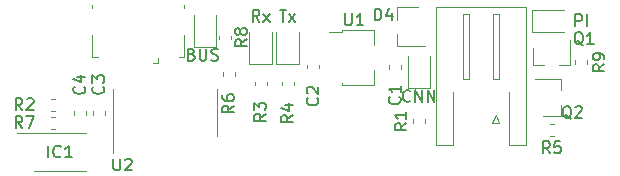
<source format=gto>
%TF.GenerationSoftware,KiCad,Pcbnew,5.1.9-73d0e3b20d~88~ubuntu20.04.1*%
%TF.CreationDate,2021-04-22T17:18:43+01:00*%
%TF.ProjectId,hat,6861742e-6b69-4636-9164-5f7063625858,rev?*%
%TF.SameCoordinates,Original*%
%TF.FileFunction,Legend,Top*%
%TF.FilePolarity,Positive*%
%FSLAX46Y46*%
G04 Gerber Fmt 4.6, Leading zero omitted, Abs format (unit mm)*
G04 Created by KiCad (PCBNEW 5.1.9-73d0e3b20d~88~ubuntu20.04.1) date 2021-04-22 17:18:43*
%MOMM*%
%LPD*%
G01*
G04 APERTURE LIST*
%ADD10C,0.120000*%
%ADD11C,0.150000*%
G04 APERTURE END LIST*
D10*
%TO.C,R9*%
X149260000Y-105162779D02*
X149260000Y-104837221D01*
X148240000Y-105162779D02*
X148240000Y-104837221D01*
%TO.C,R8*%
X119110000Y-103062779D02*
X119110000Y-102737221D01*
X118090000Y-103062779D02*
X118090000Y-102737221D01*
%TO.C,R1*%
X134490000Y-109837221D02*
X134490000Y-110162779D01*
X135510000Y-109837221D02*
X135510000Y-110162779D01*
%TO.C,D6*%
X144565000Y-102460000D02*
X147250000Y-102460000D01*
X144565000Y-100540000D02*
X144565000Y-102460000D01*
X147250000Y-100540000D02*
X144565000Y-100540000D01*
%TO.C,D5*%
X117860000Y-103685000D02*
X117860000Y-101000000D01*
X115940000Y-103685000D02*
X117860000Y-103685000D01*
X115940000Y-101000000D02*
X115940000Y-103685000D01*
%TO.C,D1*%
X135960000Y-107185000D02*
X135960000Y-104500000D01*
X134040000Y-107185000D02*
X135960000Y-107185000D01*
X134040000Y-104500000D02*
X134040000Y-107185000D01*
%TO.C,R7*%
X104162779Y-109590000D02*
X103837221Y-109590000D01*
X104162779Y-110610000D02*
X103837221Y-110610000D01*
%TO.C,R2*%
X104162779Y-108090000D02*
X103837221Y-108090000D01*
X104162779Y-109110000D02*
X103837221Y-109110000D01*
%TO.C,D4*%
X133150000Y-100350000D02*
X133150000Y-101400000D01*
X134950000Y-100350000D02*
X133150000Y-100350000D01*
X133150000Y-103650000D02*
X133150000Y-102600000D01*
X135550000Y-103650000D02*
X133150000Y-103650000D01*
%TO.C,C3*%
X107390000Y-109462779D02*
X107390000Y-109137221D01*
X108410000Y-109462779D02*
X108410000Y-109137221D01*
%TO.C,IC1*%
X104600000Y-110990000D02*
X101000000Y-110990000D01*
X104600000Y-110990000D02*
X106800000Y-110990000D01*
X104600000Y-114210000D02*
X102400000Y-114210000D01*
X104600000Y-114210000D02*
X106800000Y-114210000D01*
%TO.C,C4*%
X106810000Y-109462779D02*
X106810000Y-109137221D01*
X105790000Y-109462779D02*
X105790000Y-109137221D01*
%TO.C,R6*%
X119410000Y-105837221D02*
X119410000Y-106162779D01*
X118390000Y-105837221D02*
X118390000Y-106162779D01*
%TO.C,Q2*%
X147010000Y-109580000D02*
X147010000Y-108650000D01*
X147010000Y-106420000D02*
X147010000Y-107350000D01*
X147010000Y-106420000D02*
X144850000Y-106420000D01*
X147010000Y-109580000D02*
X145550000Y-109580000D01*
%TO.C,Q1*%
X144670000Y-105260000D02*
X145600000Y-105260000D01*
X147830000Y-105260000D02*
X146900000Y-105260000D01*
X147830000Y-105260000D02*
X147830000Y-103100000D01*
X144670000Y-105260000D02*
X144670000Y-103800000D01*
%TO.C,U2*%
X117935000Y-109250000D02*
X117935000Y-107300000D01*
X117935000Y-109250000D02*
X117935000Y-111200000D01*
X109065000Y-109250000D02*
X109065000Y-107300000D01*
X109065000Y-109250000D02*
X109065000Y-112700000D01*
%TO.C,U1*%
X131210000Y-105650000D02*
X131210000Y-106960000D01*
X131210000Y-106960000D02*
X128490000Y-106960000D01*
X127350000Y-102470000D02*
X128490000Y-102470000D01*
X131210000Y-102240000D02*
X131210000Y-103550000D01*
X128490000Y-102240000D02*
X131210000Y-102240000D01*
X128490000Y-102240000D02*
X128490000Y-102470000D01*
X128490000Y-106960000D02*
X128490000Y-106730000D01*
%TO.C,R5*%
X146087221Y-110240000D02*
X146412779Y-110240000D01*
X146087221Y-111260000D02*
X146412779Y-111260000D01*
%TO.C,R4*%
X124410000Y-106637221D02*
X124410000Y-106962779D01*
X123390000Y-106637221D02*
X123390000Y-106962779D01*
%TO.C,R3*%
X122110000Y-106637221D02*
X122110000Y-106962779D01*
X121090000Y-106637221D02*
X121090000Y-106962779D01*
%TO.C,J2*%
X115150000Y-104512500D02*
X114700000Y-104512500D01*
X115150000Y-102662500D02*
X115150000Y-104512500D01*
X107350000Y-100112500D02*
X107350000Y-100362500D01*
X115150000Y-100112500D02*
X115150000Y-100362500D01*
X107350000Y-102662500D02*
X107350000Y-104512500D01*
X107350000Y-104512500D02*
X107800000Y-104512500D01*
X112950000Y-105062500D02*
X112500000Y-105062500D01*
X112950000Y-105062500D02*
X112950000Y-104612500D01*
%TO.C,J1*%
X140250000Y-100290000D02*
X144060000Y-100290000D01*
X144060000Y-100290000D02*
X144060000Y-112010000D01*
X144060000Y-112010000D02*
X142640000Y-112010000D01*
X142640000Y-112010000D02*
X142640000Y-107510000D01*
X140250000Y-100290000D02*
X136440000Y-100290000D01*
X136440000Y-100290000D02*
X136440000Y-112010000D01*
X136440000Y-112010000D02*
X137860000Y-112010000D01*
X137860000Y-112010000D02*
X137860000Y-107510000D01*
X141750000Y-106400000D02*
X141750000Y-100900000D01*
X141750000Y-100900000D02*
X141250000Y-100900000D01*
X141250000Y-100900000D02*
X141250000Y-106400000D01*
X141250000Y-106400000D02*
X141750000Y-106400000D01*
X139250000Y-106400000D02*
X139250000Y-100900000D01*
X139250000Y-100900000D02*
X138750000Y-100900000D01*
X138750000Y-100900000D02*
X138750000Y-106400000D01*
X138750000Y-106400000D02*
X139250000Y-106400000D01*
X141500000Y-109500000D02*
X141800000Y-110100000D01*
X141800000Y-110100000D02*
X141200000Y-110100000D01*
X141200000Y-110100000D02*
X141500000Y-109500000D01*
%TO.C,D3*%
X122940000Y-102450000D02*
X122940000Y-105135000D01*
X122940000Y-105135000D02*
X124860000Y-105135000D01*
X124860000Y-105135000D02*
X124860000Y-102450000D01*
%TO.C,D2*%
X120640000Y-102450000D02*
X120640000Y-105135000D01*
X120640000Y-105135000D02*
X122560000Y-105135000D01*
X122560000Y-105135000D02*
X122560000Y-102450000D01*
%TO.C,C2*%
X125540000Y-105512779D02*
X125540000Y-105187221D01*
X126560000Y-105512779D02*
X126560000Y-105187221D01*
%TO.C,C1*%
X133510000Y-105237221D02*
X133510000Y-105562779D01*
X132490000Y-105237221D02*
X132490000Y-105562779D01*
%TO.C,R9*%
D11*
X150702380Y-105166666D02*
X150226190Y-105500000D01*
X150702380Y-105738095D02*
X149702380Y-105738095D01*
X149702380Y-105357142D01*
X149750000Y-105261904D01*
X149797619Y-105214285D01*
X149892857Y-105166666D01*
X150035714Y-105166666D01*
X150130952Y-105214285D01*
X150178571Y-105261904D01*
X150226190Y-105357142D01*
X150226190Y-105738095D01*
X150702380Y-104690476D02*
X150702380Y-104500000D01*
X150654761Y-104404761D01*
X150607142Y-104357142D01*
X150464285Y-104261904D01*
X150273809Y-104214285D01*
X149892857Y-104214285D01*
X149797619Y-104261904D01*
X149750000Y-104309523D01*
X149702380Y-104404761D01*
X149702380Y-104595238D01*
X149750000Y-104690476D01*
X149797619Y-104738095D01*
X149892857Y-104785714D01*
X150130952Y-104785714D01*
X150226190Y-104738095D01*
X150273809Y-104690476D01*
X150321428Y-104595238D01*
X150321428Y-104404761D01*
X150273809Y-104309523D01*
X150226190Y-104261904D01*
X150130952Y-104214285D01*
%TO.C,R8*%
X120452380Y-103066666D02*
X119976190Y-103400000D01*
X120452380Y-103638095D02*
X119452380Y-103638095D01*
X119452380Y-103257142D01*
X119500000Y-103161904D01*
X119547619Y-103114285D01*
X119642857Y-103066666D01*
X119785714Y-103066666D01*
X119880952Y-103114285D01*
X119928571Y-103161904D01*
X119976190Y-103257142D01*
X119976190Y-103638095D01*
X119880952Y-102495238D02*
X119833333Y-102590476D01*
X119785714Y-102638095D01*
X119690476Y-102685714D01*
X119642857Y-102685714D01*
X119547619Y-102638095D01*
X119500000Y-102590476D01*
X119452380Y-102495238D01*
X119452380Y-102304761D01*
X119500000Y-102209523D01*
X119547619Y-102161904D01*
X119642857Y-102114285D01*
X119690476Y-102114285D01*
X119785714Y-102161904D01*
X119833333Y-102209523D01*
X119880952Y-102304761D01*
X119880952Y-102495238D01*
X119928571Y-102590476D01*
X119976190Y-102638095D01*
X120071428Y-102685714D01*
X120261904Y-102685714D01*
X120357142Y-102638095D01*
X120404761Y-102590476D01*
X120452380Y-102495238D01*
X120452380Y-102304761D01*
X120404761Y-102209523D01*
X120357142Y-102161904D01*
X120261904Y-102114285D01*
X120071428Y-102114285D01*
X119976190Y-102161904D01*
X119928571Y-102209523D01*
X119880952Y-102304761D01*
%TO.C,R1*%
X133952380Y-110166666D02*
X133476190Y-110500000D01*
X133952380Y-110738095D02*
X132952380Y-110738095D01*
X132952380Y-110357142D01*
X133000000Y-110261904D01*
X133047619Y-110214285D01*
X133142857Y-110166666D01*
X133285714Y-110166666D01*
X133380952Y-110214285D01*
X133428571Y-110261904D01*
X133476190Y-110357142D01*
X133476190Y-110738095D01*
X133952380Y-109214285D02*
X133952380Y-109785714D01*
X133952380Y-109500000D02*
X132952380Y-109500000D01*
X133095238Y-109595238D01*
X133190476Y-109690476D01*
X133238095Y-109785714D01*
%TO.C,D6*%
X148250000Y-101952380D02*
X148250000Y-100952380D01*
X148630952Y-100952380D01*
X148726190Y-101000000D01*
X148773809Y-101047619D01*
X148821428Y-101142857D01*
X148821428Y-101285714D01*
X148773809Y-101380952D01*
X148726190Y-101428571D01*
X148630952Y-101476190D01*
X148250000Y-101476190D01*
X149250000Y-101952380D02*
X149250000Y-100952380D01*
%TO.C,D5*%
X115771428Y-104328571D02*
X115914285Y-104376190D01*
X115961904Y-104423809D01*
X116009523Y-104519047D01*
X116009523Y-104661904D01*
X115961904Y-104757142D01*
X115914285Y-104804761D01*
X115819047Y-104852380D01*
X115438095Y-104852380D01*
X115438095Y-103852380D01*
X115771428Y-103852380D01*
X115866666Y-103900000D01*
X115914285Y-103947619D01*
X115961904Y-104042857D01*
X115961904Y-104138095D01*
X115914285Y-104233333D01*
X115866666Y-104280952D01*
X115771428Y-104328571D01*
X115438095Y-104328571D01*
X116438095Y-103852380D02*
X116438095Y-104661904D01*
X116485714Y-104757142D01*
X116533333Y-104804761D01*
X116628571Y-104852380D01*
X116819047Y-104852380D01*
X116914285Y-104804761D01*
X116961904Y-104757142D01*
X117009523Y-104661904D01*
X117009523Y-103852380D01*
X117438095Y-104804761D02*
X117580952Y-104852380D01*
X117819047Y-104852380D01*
X117914285Y-104804761D01*
X117961904Y-104757142D01*
X118009523Y-104661904D01*
X118009523Y-104566666D01*
X117961904Y-104471428D01*
X117914285Y-104423809D01*
X117819047Y-104376190D01*
X117628571Y-104328571D01*
X117533333Y-104280952D01*
X117485714Y-104233333D01*
X117438095Y-104138095D01*
X117438095Y-104042857D01*
X117485714Y-103947619D01*
X117533333Y-103900000D01*
X117628571Y-103852380D01*
X117866666Y-103852380D01*
X118009523Y-103900000D01*
%TO.C,D1*%
X134261904Y-108257142D02*
X134214285Y-108304761D01*
X134071428Y-108352380D01*
X133976190Y-108352380D01*
X133833333Y-108304761D01*
X133738095Y-108209523D01*
X133690476Y-108114285D01*
X133642857Y-107923809D01*
X133642857Y-107780952D01*
X133690476Y-107590476D01*
X133738095Y-107495238D01*
X133833333Y-107400000D01*
X133976190Y-107352380D01*
X134071428Y-107352380D01*
X134214285Y-107400000D01*
X134261904Y-107447619D01*
X134690476Y-108352380D02*
X134690476Y-107352380D01*
X135261904Y-108352380D01*
X135261904Y-107352380D01*
X135738095Y-108352380D02*
X135738095Y-107352380D01*
X136309523Y-108352380D01*
X136309523Y-107352380D01*
%TO.C,R7*%
X101433333Y-110552380D02*
X101100000Y-110076190D01*
X100861904Y-110552380D02*
X100861904Y-109552380D01*
X101242857Y-109552380D01*
X101338095Y-109600000D01*
X101385714Y-109647619D01*
X101433333Y-109742857D01*
X101433333Y-109885714D01*
X101385714Y-109980952D01*
X101338095Y-110028571D01*
X101242857Y-110076190D01*
X100861904Y-110076190D01*
X101766666Y-109552380D02*
X102433333Y-109552380D01*
X102004761Y-110552380D01*
%TO.C,R2*%
X101433333Y-109052380D02*
X101100000Y-108576190D01*
X100861904Y-109052380D02*
X100861904Y-108052380D01*
X101242857Y-108052380D01*
X101338095Y-108100000D01*
X101385714Y-108147619D01*
X101433333Y-108242857D01*
X101433333Y-108385714D01*
X101385714Y-108480952D01*
X101338095Y-108528571D01*
X101242857Y-108576190D01*
X100861904Y-108576190D01*
X101814285Y-108147619D02*
X101861904Y-108100000D01*
X101957142Y-108052380D01*
X102195238Y-108052380D01*
X102290476Y-108100000D01*
X102338095Y-108147619D01*
X102385714Y-108242857D01*
X102385714Y-108338095D01*
X102338095Y-108480952D01*
X101766666Y-109052380D01*
X102385714Y-109052380D01*
%TO.C,D4*%
X131261904Y-101452380D02*
X131261904Y-100452380D01*
X131500000Y-100452380D01*
X131642857Y-100500000D01*
X131738095Y-100595238D01*
X131785714Y-100690476D01*
X131833333Y-100880952D01*
X131833333Y-101023809D01*
X131785714Y-101214285D01*
X131738095Y-101309523D01*
X131642857Y-101404761D01*
X131500000Y-101452380D01*
X131261904Y-101452380D01*
X132690476Y-100785714D02*
X132690476Y-101452380D01*
X132452380Y-100404761D02*
X132214285Y-101119047D01*
X132833333Y-101119047D01*
%TO.C,C3*%
X108257142Y-107066666D02*
X108304761Y-107114285D01*
X108352380Y-107257142D01*
X108352380Y-107352380D01*
X108304761Y-107495238D01*
X108209523Y-107590476D01*
X108114285Y-107638095D01*
X107923809Y-107685714D01*
X107780952Y-107685714D01*
X107590476Y-107638095D01*
X107495238Y-107590476D01*
X107400000Y-107495238D01*
X107352380Y-107352380D01*
X107352380Y-107257142D01*
X107400000Y-107114285D01*
X107447619Y-107066666D01*
X107352380Y-106733333D02*
X107352380Y-106114285D01*
X107733333Y-106447619D01*
X107733333Y-106304761D01*
X107780952Y-106209523D01*
X107828571Y-106161904D01*
X107923809Y-106114285D01*
X108161904Y-106114285D01*
X108257142Y-106161904D01*
X108304761Y-106209523D01*
X108352380Y-106304761D01*
X108352380Y-106590476D01*
X108304761Y-106685714D01*
X108257142Y-106733333D01*
%TO.C,IC1*%
X103623809Y-113052380D02*
X103623809Y-112052380D01*
X104671428Y-112957142D02*
X104623809Y-113004761D01*
X104480952Y-113052380D01*
X104385714Y-113052380D01*
X104242857Y-113004761D01*
X104147619Y-112909523D01*
X104100000Y-112814285D01*
X104052380Y-112623809D01*
X104052380Y-112480952D01*
X104100000Y-112290476D01*
X104147619Y-112195238D01*
X104242857Y-112100000D01*
X104385714Y-112052380D01*
X104480952Y-112052380D01*
X104623809Y-112100000D01*
X104671428Y-112147619D01*
X105623809Y-113052380D02*
X105052380Y-113052380D01*
X105338095Y-113052380D02*
X105338095Y-112052380D01*
X105242857Y-112195238D01*
X105147619Y-112290476D01*
X105052380Y-112338095D01*
%TO.C,C4*%
X106657142Y-107066666D02*
X106704761Y-107114285D01*
X106752380Y-107257142D01*
X106752380Y-107352380D01*
X106704761Y-107495238D01*
X106609523Y-107590476D01*
X106514285Y-107638095D01*
X106323809Y-107685714D01*
X106180952Y-107685714D01*
X105990476Y-107638095D01*
X105895238Y-107590476D01*
X105800000Y-107495238D01*
X105752380Y-107352380D01*
X105752380Y-107257142D01*
X105800000Y-107114285D01*
X105847619Y-107066666D01*
X106085714Y-106209523D02*
X106752380Y-106209523D01*
X105704761Y-106447619D02*
X106419047Y-106685714D01*
X106419047Y-106066666D01*
%TO.C,R6*%
X119352380Y-108666666D02*
X118876190Y-109000000D01*
X119352380Y-109238095D02*
X118352380Y-109238095D01*
X118352380Y-108857142D01*
X118400000Y-108761904D01*
X118447619Y-108714285D01*
X118542857Y-108666666D01*
X118685714Y-108666666D01*
X118780952Y-108714285D01*
X118828571Y-108761904D01*
X118876190Y-108857142D01*
X118876190Y-109238095D01*
X118352380Y-107809523D02*
X118352380Y-108000000D01*
X118400000Y-108095238D01*
X118447619Y-108142857D01*
X118590476Y-108238095D01*
X118780952Y-108285714D01*
X119161904Y-108285714D01*
X119257142Y-108238095D01*
X119304761Y-108190476D01*
X119352380Y-108095238D01*
X119352380Y-107904761D01*
X119304761Y-107809523D01*
X119257142Y-107761904D01*
X119161904Y-107714285D01*
X118923809Y-107714285D01*
X118828571Y-107761904D01*
X118780952Y-107809523D01*
X118733333Y-107904761D01*
X118733333Y-108095238D01*
X118780952Y-108190476D01*
X118828571Y-108238095D01*
X118923809Y-108285714D01*
%TO.C,Q2*%
X147904761Y-109797619D02*
X147809523Y-109750000D01*
X147714285Y-109654761D01*
X147571428Y-109511904D01*
X147476190Y-109464285D01*
X147380952Y-109464285D01*
X147428571Y-109702380D02*
X147333333Y-109654761D01*
X147238095Y-109559523D01*
X147190476Y-109369047D01*
X147190476Y-109035714D01*
X147238095Y-108845238D01*
X147333333Y-108750000D01*
X147428571Y-108702380D01*
X147619047Y-108702380D01*
X147714285Y-108750000D01*
X147809523Y-108845238D01*
X147857142Y-109035714D01*
X147857142Y-109369047D01*
X147809523Y-109559523D01*
X147714285Y-109654761D01*
X147619047Y-109702380D01*
X147428571Y-109702380D01*
X148238095Y-108797619D02*
X148285714Y-108750000D01*
X148380952Y-108702380D01*
X148619047Y-108702380D01*
X148714285Y-108750000D01*
X148761904Y-108797619D01*
X148809523Y-108892857D01*
X148809523Y-108988095D01*
X148761904Y-109130952D01*
X148190476Y-109702380D01*
X148809523Y-109702380D01*
%TO.C,Q1*%
X148904761Y-103547619D02*
X148809523Y-103500000D01*
X148714285Y-103404761D01*
X148571428Y-103261904D01*
X148476190Y-103214285D01*
X148380952Y-103214285D01*
X148428571Y-103452380D02*
X148333333Y-103404761D01*
X148238095Y-103309523D01*
X148190476Y-103119047D01*
X148190476Y-102785714D01*
X148238095Y-102595238D01*
X148333333Y-102500000D01*
X148428571Y-102452380D01*
X148619047Y-102452380D01*
X148714285Y-102500000D01*
X148809523Y-102595238D01*
X148857142Y-102785714D01*
X148857142Y-103119047D01*
X148809523Y-103309523D01*
X148714285Y-103404761D01*
X148619047Y-103452380D01*
X148428571Y-103452380D01*
X149809523Y-103452380D02*
X149238095Y-103452380D01*
X149523809Y-103452380D02*
X149523809Y-102452380D01*
X149428571Y-102595238D01*
X149333333Y-102690476D01*
X149238095Y-102738095D01*
%TO.C,U2*%
X109138095Y-113152380D02*
X109138095Y-113961904D01*
X109185714Y-114057142D01*
X109233333Y-114104761D01*
X109328571Y-114152380D01*
X109519047Y-114152380D01*
X109614285Y-114104761D01*
X109661904Y-114057142D01*
X109709523Y-113961904D01*
X109709523Y-113152380D01*
X110138095Y-113247619D02*
X110185714Y-113200000D01*
X110280952Y-113152380D01*
X110519047Y-113152380D01*
X110614285Y-113200000D01*
X110661904Y-113247619D01*
X110709523Y-113342857D01*
X110709523Y-113438095D01*
X110661904Y-113580952D01*
X110090476Y-114152380D01*
X110709523Y-114152380D01*
%TO.C,U1*%
X128738095Y-100852380D02*
X128738095Y-101661904D01*
X128785714Y-101757142D01*
X128833333Y-101804761D01*
X128928571Y-101852380D01*
X129119047Y-101852380D01*
X129214285Y-101804761D01*
X129261904Y-101757142D01*
X129309523Y-101661904D01*
X129309523Y-100852380D01*
X130309523Y-101852380D02*
X129738095Y-101852380D01*
X130023809Y-101852380D02*
X130023809Y-100852380D01*
X129928571Y-100995238D01*
X129833333Y-101090476D01*
X129738095Y-101138095D01*
%TO.C,R5*%
X146083333Y-112702380D02*
X145750000Y-112226190D01*
X145511904Y-112702380D02*
X145511904Y-111702380D01*
X145892857Y-111702380D01*
X145988095Y-111750000D01*
X146035714Y-111797619D01*
X146083333Y-111892857D01*
X146083333Y-112035714D01*
X146035714Y-112130952D01*
X145988095Y-112178571D01*
X145892857Y-112226190D01*
X145511904Y-112226190D01*
X146988095Y-111702380D02*
X146511904Y-111702380D01*
X146464285Y-112178571D01*
X146511904Y-112130952D01*
X146607142Y-112083333D01*
X146845238Y-112083333D01*
X146940476Y-112130952D01*
X146988095Y-112178571D01*
X147035714Y-112273809D01*
X147035714Y-112511904D01*
X146988095Y-112607142D01*
X146940476Y-112654761D01*
X146845238Y-112702380D01*
X146607142Y-112702380D01*
X146511904Y-112654761D01*
X146464285Y-112607142D01*
%TO.C,R4*%
X124352380Y-109466666D02*
X123876190Y-109800000D01*
X124352380Y-110038095D02*
X123352380Y-110038095D01*
X123352380Y-109657142D01*
X123400000Y-109561904D01*
X123447619Y-109514285D01*
X123542857Y-109466666D01*
X123685714Y-109466666D01*
X123780952Y-109514285D01*
X123828571Y-109561904D01*
X123876190Y-109657142D01*
X123876190Y-110038095D01*
X123685714Y-108609523D02*
X124352380Y-108609523D01*
X123304761Y-108847619D02*
X124019047Y-109085714D01*
X124019047Y-108466666D01*
%TO.C,R3*%
X122052380Y-109366666D02*
X121576190Y-109700000D01*
X122052380Y-109938095D02*
X121052380Y-109938095D01*
X121052380Y-109557142D01*
X121100000Y-109461904D01*
X121147619Y-109414285D01*
X121242857Y-109366666D01*
X121385714Y-109366666D01*
X121480952Y-109414285D01*
X121528571Y-109461904D01*
X121576190Y-109557142D01*
X121576190Y-109938095D01*
X121052380Y-109033333D02*
X121052380Y-108414285D01*
X121433333Y-108747619D01*
X121433333Y-108604761D01*
X121480952Y-108509523D01*
X121528571Y-108461904D01*
X121623809Y-108414285D01*
X121861904Y-108414285D01*
X121957142Y-108461904D01*
X122004761Y-108509523D01*
X122052380Y-108604761D01*
X122052380Y-108890476D01*
X122004761Y-108985714D01*
X121957142Y-109033333D01*
%TO.C,D3*%
X123209523Y-100552380D02*
X123780952Y-100552380D01*
X123495238Y-101552380D02*
X123495238Y-100552380D01*
X124019047Y-101552380D02*
X124542857Y-100885714D01*
X124019047Y-100885714D02*
X124542857Y-101552380D01*
%TO.C,D2*%
X121504761Y-101552380D02*
X121171428Y-101076190D01*
X120933333Y-101552380D02*
X120933333Y-100552380D01*
X121314285Y-100552380D01*
X121409523Y-100600000D01*
X121457142Y-100647619D01*
X121504761Y-100742857D01*
X121504761Y-100885714D01*
X121457142Y-100980952D01*
X121409523Y-101028571D01*
X121314285Y-101076190D01*
X120933333Y-101076190D01*
X121838095Y-101552380D02*
X122361904Y-100885714D01*
X121838095Y-100885714D02*
X122361904Y-101552380D01*
%TO.C,C2*%
X126407142Y-108016666D02*
X126454761Y-108064285D01*
X126502380Y-108207142D01*
X126502380Y-108302380D01*
X126454761Y-108445238D01*
X126359523Y-108540476D01*
X126264285Y-108588095D01*
X126073809Y-108635714D01*
X125930952Y-108635714D01*
X125740476Y-108588095D01*
X125645238Y-108540476D01*
X125550000Y-108445238D01*
X125502380Y-108302380D01*
X125502380Y-108207142D01*
X125550000Y-108064285D01*
X125597619Y-108016666D01*
X125597619Y-107635714D02*
X125550000Y-107588095D01*
X125502380Y-107492857D01*
X125502380Y-107254761D01*
X125550000Y-107159523D01*
X125597619Y-107111904D01*
X125692857Y-107064285D01*
X125788095Y-107064285D01*
X125930952Y-107111904D01*
X126502380Y-107683333D01*
X126502380Y-107064285D01*
%TO.C,C1*%
X133357142Y-107916666D02*
X133404761Y-107964285D01*
X133452380Y-108107142D01*
X133452380Y-108202380D01*
X133404761Y-108345238D01*
X133309523Y-108440476D01*
X133214285Y-108488095D01*
X133023809Y-108535714D01*
X132880952Y-108535714D01*
X132690476Y-108488095D01*
X132595238Y-108440476D01*
X132500000Y-108345238D01*
X132452380Y-108202380D01*
X132452380Y-108107142D01*
X132500000Y-107964285D01*
X132547619Y-107916666D01*
X133452380Y-106964285D02*
X133452380Y-107535714D01*
X133452380Y-107250000D02*
X132452380Y-107250000D01*
X132595238Y-107345238D01*
X132690476Y-107440476D01*
X132738095Y-107535714D01*
%TD*%
M02*

</source>
